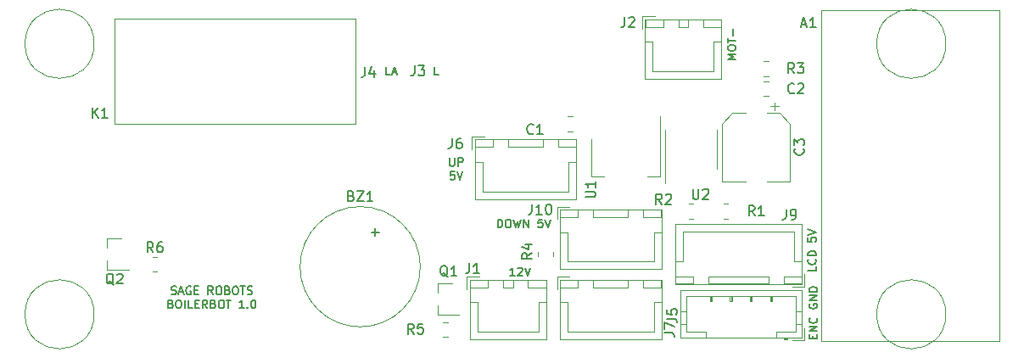
<source format=gto>
G04 #@! TF.GenerationSoftware,KiCad,Pcbnew,(5.1.9)-1*
G04 #@! TF.CreationDate,2021-06-06T22:42:38-05:00*
G04 #@! TF.ProjectId,BoilerBot,426f696c-6572-4426-9f74-2e6b69636164,rev?*
G04 #@! TF.SameCoordinates,Original*
G04 #@! TF.FileFunction,Legend,Top*
G04 #@! TF.FilePolarity,Positive*
%FSLAX46Y46*%
G04 Gerber Fmt 4.6, Leading zero omitted, Abs format (unit mm)*
G04 Created by KiCad (PCBNEW (5.1.9)-1) date 2021-06-06 22:42:38*
%MOMM*%
%LPD*%
G01*
G04 APERTURE LIST*
%ADD10C,0.152400*%
%ADD11C,0.120000*%
%ADD12C,0.150000*%
%ADD13O,1.700000X2.000000*%
%ADD14C,2.500000*%
%ADD15C,1.600000*%
%ADD16R,3.000000X2.290000*%
%ADD17R,1.500000X2.000000*%
%ADD18R,3.800000X2.000000*%
%ADD19R,0.900000X0.800000*%
%ADD20O,1.700000X1.950000*%
%ADD21O,1.200000X1.750000*%
%ADD22C,1.500000*%
%ADD23C,1.879600*%
G04 APERTURE END LIST*
D10*
X95161704Y-76478190D02*
X95277819Y-76516895D01*
X95471342Y-76516895D01*
X95548752Y-76478190D01*
X95587457Y-76439485D01*
X95626161Y-76362076D01*
X95626161Y-76284666D01*
X95587457Y-76207257D01*
X95548752Y-76168552D01*
X95471342Y-76129847D01*
X95316523Y-76091142D01*
X95239114Y-76052438D01*
X95200409Y-76013733D01*
X95161704Y-75936323D01*
X95161704Y-75858914D01*
X95200409Y-75781504D01*
X95239114Y-75742800D01*
X95316523Y-75704095D01*
X95510047Y-75704095D01*
X95626161Y-75742800D01*
X95935800Y-76284666D02*
X96322847Y-76284666D01*
X95858390Y-76516895D02*
X96129323Y-75704095D01*
X96400257Y-76516895D01*
X97096942Y-75742800D02*
X97019533Y-75704095D01*
X96903419Y-75704095D01*
X96787304Y-75742800D01*
X96709895Y-75820209D01*
X96671190Y-75897619D01*
X96632485Y-76052438D01*
X96632485Y-76168552D01*
X96671190Y-76323371D01*
X96709895Y-76400780D01*
X96787304Y-76478190D01*
X96903419Y-76516895D01*
X96980828Y-76516895D01*
X97096942Y-76478190D01*
X97135647Y-76439485D01*
X97135647Y-76168552D01*
X96980828Y-76168552D01*
X97483990Y-76091142D02*
X97754923Y-76091142D01*
X97871038Y-76516895D02*
X97483990Y-76516895D01*
X97483990Y-75704095D01*
X97871038Y-75704095D01*
X99303114Y-76516895D02*
X99032180Y-76129847D01*
X98838657Y-76516895D02*
X98838657Y-75704095D01*
X99148295Y-75704095D01*
X99225704Y-75742800D01*
X99264409Y-75781504D01*
X99303114Y-75858914D01*
X99303114Y-75975028D01*
X99264409Y-76052438D01*
X99225704Y-76091142D01*
X99148295Y-76129847D01*
X98838657Y-76129847D01*
X99806276Y-75704095D02*
X99961095Y-75704095D01*
X100038504Y-75742800D01*
X100115914Y-75820209D01*
X100154619Y-75975028D01*
X100154619Y-76245961D01*
X100115914Y-76400780D01*
X100038504Y-76478190D01*
X99961095Y-76516895D01*
X99806276Y-76516895D01*
X99728866Y-76478190D01*
X99651457Y-76400780D01*
X99612752Y-76245961D01*
X99612752Y-75975028D01*
X99651457Y-75820209D01*
X99728866Y-75742800D01*
X99806276Y-75704095D01*
X100773895Y-76091142D02*
X100890009Y-76129847D01*
X100928714Y-76168552D01*
X100967419Y-76245961D01*
X100967419Y-76362076D01*
X100928714Y-76439485D01*
X100890009Y-76478190D01*
X100812600Y-76516895D01*
X100502961Y-76516895D01*
X100502961Y-75704095D01*
X100773895Y-75704095D01*
X100851304Y-75742800D01*
X100890009Y-75781504D01*
X100928714Y-75858914D01*
X100928714Y-75936323D01*
X100890009Y-76013733D01*
X100851304Y-76052438D01*
X100773895Y-76091142D01*
X100502961Y-76091142D01*
X101470580Y-75704095D02*
X101625400Y-75704095D01*
X101702809Y-75742800D01*
X101780219Y-75820209D01*
X101818923Y-75975028D01*
X101818923Y-76245961D01*
X101780219Y-76400780D01*
X101702809Y-76478190D01*
X101625400Y-76516895D01*
X101470580Y-76516895D01*
X101393171Y-76478190D01*
X101315761Y-76400780D01*
X101277057Y-76245961D01*
X101277057Y-75975028D01*
X101315761Y-75820209D01*
X101393171Y-75742800D01*
X101470580Y-75704095D01*
X102051152Y-75704095D02*
X102515609Y-75704095D01*
X102283380Y-76516895D02*
X102283380Y-75704095D01*
X102747838Y-76478190D02*
X102863952Y-76516895D01*
X103057476Y-76516895D01*
X103134885Y-76478190D01*
X103173590Y-76439485D01*
X103212295Y-76362076D01*
X103212295Y-76284666D01*
X103173590Y-76207257D01*
X103134885Y-76168552D01*
X103057476Y-76129847D01*
X102902657Y-76091142D01*
X102825247Y-76052438D01*
X102786542Y-76013733D01*
X102747838Y-75936323D01*
X102747838Y-75858914D01*
X102786542Y-75781504D01*
X102825247Y-75742800D01*
X102902657Y-75704095D01*
X103096180Y-75704095D01*
X103212295Y-75742800D01*
X95103647Y-77462742D02*
X95219761Y-77501447D01*
X95258466Y-77540152D01*
X95297171Y-77617561D01*
X95297171Y-77733676D01*
X95258466Y-77811085D01*
X95219761Y-77849790D01*
X95142352Y-77888495D01*
X94832714Y-77888495D01*
X94832714Y-77075695D01*
X95103647Y-77075695D01*
X95181057Y-77114400D01*
X95219761Y-77153104D01*
X95258466Y-77230514D01*
X95258466Y-77307923D01*
X95219761Y-77385333D01*
X95181057Y-77424038D01*
X95103647Y-77462742D01*
X94832714Y-77462742D01*
X95800333Y-77075695D02*
X95955152Y-77075695D01*
X96032561Y-77114400D01*
X96109971Y-77191809D01*
X96148676Y-77346628D01*
X96148676Y-77617561D01*
X96109971Y-77772380D01*
X96032561Y-77849790D01*
X95955152Y-77888495D01*
X95800333Y-77888495D01*
X95722923Y-77849790D01*
X95645514Y-77772380D01*
X95606809Y-77617561D01*
X95606809Y-77346628D01*
X95645514Y-77191809D01*
X95722923Y-77114400D01*
X95800333Y-77075695D01*
X96497019Y-77888495D02*
X96497019Y-77075695D01*
X97271114Y-77888495D02*
X96884066Y-77888495D01*
X96884066Y-77075695D01*
X97542047Y-77462742D02*
X97812980Y-77462742D01*
X97929095Y-77888495D02*
X97542047Y-77888495D01*
X97542047Y-77075695D01*
X97929095Y-77075695D01*
X98741895Y-77888495D02*
X98470961Y-77501447D01*
X98277438Y-77888495D02*
X98277438Y-77075695D01*
X98587076Y-77075695D01*
X98664485Y-77114400D01*
X98703190Y-77153104D01*
X98741895Y-77230514D01*
X98741895Y-77346628D01*
X98703190Y-77424038D01*
X98664485Y-77462742D01*
X98587076Y-77501447D01*
X98277438Y-77501447D01*
X99361171Y-77462742D02*
X99477285Y-77501447D01*
X99515990Y-77540152D01*
X99554695Y-77617561D01*
X99554695Y-77733676D01*
X99515990Y-77811085D01*
X99477285Y-77849790D01*
X99399876Y-77888495D01*
X99090238Y-77888495D01*
X99090238Y-77075695D01*
X99361171Y-77075695D01*
X99438580Y-77114400D01*
X99477285Y-77153104D01*
X99515990Y-77230514D01*
X99515990Y-77307923D01*
X99477285Y-77385333D01*
X99438580Y-77424038D01*
X99361171Y-77462742D01*
X99090238Y-77462742D01*
X100057857Y-77075695D02*
X100212676Y-77075695D01*
X100290085Y-77114400D01*
X100367495Y-77191809D01*
X100406200Y-77346628D01*
X100406200Y-77617561D01*
X100367495Y-77772380D01*
X100290085Y-77849790D01*
X100212676Y-77888495D01*
X100057857Y-77888495D01*
X99980447Y-77849790D01*
X99903038Y-77772380D01*
X99864333Y-77617561D01*
X99864333Y-77346628D01*
X99903038Y-77191809D01*
X99980447Y-77114400D01*
X100057857Y-77075695D01*
X100638428Y-77075695D02*
X101102885Y-77075695D01*
X100870657Y-77888495D02*
X100870657Y-77075695D01*
X102418847Y-77888495D02*
X101954390Y-77888495D01*
X102186619Y-77888495D02*
X102186619Y-77075695D01*
X102109209Y-77191809D01*
X102031800Y-77269219D01*
X101954390Y-77307923D01*
X102767190Y-77811085D02*
X102805895Y-77849790D01*
X102767190Y-77888495D01*
X102728485Y-77849790D01*
X102767190Y-77811085D01*
X102767190Y-77888495D01*
X103309057Y-77075695D02*
X103386466Y-77075695D01*
X103463876Y-77114400D01*
X103502580Y-77153104D01*
X103541285Y-77230514D01*
X103579990Y-77385333D01*
X103579990Y-77578857D01*
X103541285Y-77733676D01*
X103502580Y-77811085D01*
X103463876Y-77849790D01*
X103386466Y-77888495D01*
X103309057Y-77888495D01*
X103231647Y-77849790D01*
X103192942Y-77811085D01*
X103154238Y-77733676D01*
X103115533Y-77578857D01*
X103115533Y-77385333D01*
X103154238Y-77230514D01*
X103192942Y-77153104D01*
X103231647Y-77114400D01*
X103309057Y-77075695D01*
X159199942Y-80913514D02*
X159199942Y-80642580D01*
X159625695Y-80526466D02*
X159625695Y-80913514D01*
X158812895Y-80913514D01*
X158812895Y-80526466D01*
X159625695Y-80178123D02*
X158812895Y-80178123D01*
X159625695Y-79713666D01*
X158812895Y-79713666D01*
X159548285Y-78862161D02*
X159586990Y-78900866D01*
X159625695Y-79016980D01*
X159625695Y-79094390D01*
X159586990Y-79210504D01*
X159509580Y-79287914D01*
X159432171Y-79326619D01*
X159277352Y-79365323D01*
X159161238Y-79365323D01*
X159006419Y-79326619D01*
X158929009Y-79287914D01*
X158851600Y-79210504D01*
X158812895Y-79094390D01*
X158812895Y-79016980D01*
X158851600Y-78900866D01*
X158890304Y-78862161D01*
X158851600Y-77468790D02*
X158812895Y-77546200D01*
X158812895Y-77662314D01*
X158851600Y-77778428D01*
X158929009Y-77855838D01*
X159006419Y-77894542D01*
X159161238Y-77933247D01*
X159277352Y-77933247D01*
X159432171Y-77894542D01*
X159509580Y-77855838D01*
X159586990Y-77778428D01*
X159625695Y-77662314D01*
X159625695Y-77584904D01*
X159586990Y-77468790D01*
X159548285Y-77430085D01*
X159277352Y-77430085D01*
X159277352Y-77584904D01*
X159625695Y-77081742D02*
X158812895Y-77081742D01*
X159625695Y-76617285D01*
X158812895Y-76617285D01*
X159625695Y-76230238D02*
X158812895Y-76230238D01*
X158812895Y-76036714D01*
X158851600Y-75920600D01*
X158929009Y-75843190D01*
X159006419Y-75804485D01*
X159161238Y-75765780D01*
X159277352Y-75765780D01*
X159432171Y-75804485D01*
X159509580Y-75843190D01*
X159586990Y-75920600D01*
X159625695Y-76036714D01*
X159625695Y-76230238D01*
X159498695Y-73742247D02*
X159498695Y-74129295D01*
X158685895Y-74129295D01*
X159421285Y-73006857D02*
X159459990Y-73045561D01*
X159498695Y-73161676D01*
X159498695Y-73239085D01*
X159459990Y-73355200D01*
X159382580Y-73432609D01*
X159305171Y-73471314D01*
X159150352Y-73510019D01*
X159034238Y-73510019D01*
X158879419Y-73471314D01*
X158802009Y-73432609D01*
X158724600Y-73355200D01*
X158685895Y-73239085D01*
X158685895Y-73161676D01*
X158724600Y-73045561D01*
X158763304Y-73006857D01*
X159498695Y-72658514D02*
X158685895Y-72658514D01*
X158685895Y-72464990D01*
X158724600Y-72348876D01*
X158802009Y-72271466D01*
X158879419Y-72232761D01*
X159034238Y-72194057D01*
X159150352Y-72194057D01*
X159305171Y-72232761D01*
X159382580Y-72271466D01*
X159459990Y-72348876D01*
X159498695Y-72464990D01*
X159498695Y-72658514D01*
X158685895Y-70839390D02*
X158685895Y-71226438D01*
X159072942Y-71265142D01*
X159034238Y-71226438D01*
X158995533Y-71149028D01*
X158995533Y-70955504D01*
X159034238Y-70878095D01*
X159072942Y-70839390D01*
X159150352Y-70800685D01*
X159343876Y-70800685D01*
X159421285Y-70839390D01*
X159459990Y-70878095D01*
X159498695Y-70955504D01*
X159498695Y-71149028D01*
X159459990Y-71226438D01*
X159421285Y-71265142D01*
X158685895Y-70568457D02*
X159498695Y-70297523D01*
X158685895Y-70026590D01*
X127728133Y-69836695D02*
X127728133Y-69023895D01*
X127921657Y-69023895D01*
X128037771Y-69062600D01*
X128115180Y-69140009D01*
X128153885Y-69217419D01*
X128192590Y-69372238D01*
X128192590Y-69488352D01*
X128153885Y-69643171D01*
X128115180Y-69720580D01*
X128037771Y-69797990D01*
X127921657Y-69836695D01*
X127728133Y-69836695D01*
X128695752Y-69023895D02*
X128850571Y-69023895D01*
X128927980Y-69062600D01*
X129005390Y-69140009D01*
X129044095Y-69294828D01*
X129044095Y-69565761D01*
X129005390Y-69720580D01*
X128927980Y-69797990D01*
X128850571Y-69836695D01*
X128695752Y-69836695D01*
X128618342Y-69797990D01*
X128540933Y-69720580D01*
X128502228Y-69565761D01*
X128502228Y-69294828D01*
X128540933Y-69140009D01*
X128618342Y-69062600D01*
X128695752Y-69023895D01*
X129315028Y-69023895D02*
X129508552Y-69836695D01*
X129663371Y-69256123D01*
X129818190Y-69836695D01*
X130011714Y-69023895D01*
X130321352Y-69836695D02*
X130321352Y-69023895D01*
X130785809Y-69836695D01*
X130785809Y-69023895D01*
X132179180Y-69023895D02*
X131792133Y-69023895D01*
X131753428Y-69410942D01*
X131792133Y-69372238D01*
X131869542Y-69333533D01*
X132063066Y-69333533D01*
X132140476Y-69372238D01*
X132179180Y-69410942D01*
X132217885Y-69488352D01*
X132217885Y-69681876D01*
X132179180Y-69759285D01*
X132140476Y-69797990D01*
X132063066Y-69836695D01*
X131869542Y-69836695D01*
X131792133Y-69797990D01*
X131753428Y-69759285D01*
X132450114Y-69023895D02*
X132721047Y-69836695D01*
X132991980Y-69023895D01*
X122932371Y-62877095D02*
X122932371Y-63535076D01*
X122971076Y-63612485D01*
X123009780Y-63651190D01*
X123087190Y-63689895D01*
X123242009Y-63689895D01*
X123319419Y-63651190D01*
X123358123Y-63612485D01*
X123396828Y-63535076D01*
X123396828Y-62877095D01*
X123783876Y-63689895D02*
X123783876Y-62877095D01*
X124093514Y-62877095D01*
X124170923Y-62915800D01*
X124209628Y-62954504D01*
X124248333Y-63031914D01*
X124248333Y-63148028D01*
X124209628Y-63225438D01*
X124170923Y-63264142D01*
X124093514Y-63302847D01*
X123783876Y-63302847D01*
X123416180Y-64248695D02*
X123029133Y-64248695D01*
X122990428Y-64635742D01*
X123029133Y-64597038D01*
X123106542Y-64558333D01*
X123300066Y-64558333D01*
X123377476Y-64597038D01*
X123416180Y-64635742D01*
X123454885Y-64713152D01*
X123454885Y-64906676D01*
X123416180Y-64984085D01*
X123377476Y-65022790D01*
X123300066Y-65061495D01*
X123106542Y-65061495D01*
X123029133Y-65022790D01*
X122990428Y-64984085D01*
X123687114Y-64248695D02*
X123958047Y-65061495D01*
X124228980Y-64248695D01*
X151497695Y-53071485D02*
X150684895Y-53071485D01*
X151265466Y-52800552D01*
X150684895Y-52529619D01*
X151497695Y-52529619D01*
X150684895Y-51987752D02*
X150684895Y-51832933D01*
X150723600Y-51755523D01*
X150801009Y-51678114D01*
X150955828Y-51639409D01*
X151226761Y-51639409D01*
X151381580Y-51678114D01*
X151458990Y-51755523D01*
X151497695Y-51832933D01*
X151497695Y-51987752D01*
X151458990Y-52065161D01*
X151381580Y-52142571D01*
X151226761Y-52181276D01*
X150955828Y-52181276D01*
X150801009Y-52142571D01*
X150723600Y-52065161D01*
X150684895Y-51987752D01*
X150684895Y-51407180D02*
X150684895Y-50942723D01*
X151497695Y-51174952D02*
X150684895Y-51174952D01*
X151188057Y-50671790D02*
X151188057Y-50052514D01*
X121790580Y-54596695D02*
X121403533Y-54596695D01*
X121403533Y-53783895D01*
X129417838Y-74662695D02*
X128953380Y-74662695D01*
X129185609Y-74662695D02*
X129185609Y-73849895D01*
X129108200Y-73966009D01*
X129030790Y-74043419D01*
X128953380Y-74082123D01*
X129727476Y-73927304D02*
X129766180Y-73888600D01*
X129843590Y-73849895D01*
X130037114Y-73849895D01*
X130114523Y-73888600D01*
X130153228Y-73927304D01*
X130191933Y-74004714D01*
X130191933Y-74082123D01*
X130153228Y-74198238D01*
X129688771Y-74662695D01*
X130191933Y-74662695D01*
X130424161Y-73849895D02*
X130695095Y-74662695D01*
X130966028Y-73849895D01*
X116997238Y-54596695D02*
X116610190Y-54596695D01*
X116610190Y-53783895D01*
X117229466Y-54364466D02*
X117616514Y-54364466D01*
X117152057Y-54596695D02*
X117422990Y-53783895D01*
X117693923Y-54596695D01*
D11*
X87450000Y-78500000D02*
G75*
G03*
X87450000Y-78500000I-3450000J0D01*
G01*
X172450000Y-78500000D02*
G75*
G03*
X172450000Y-78500000I-3450000J0D01*
G01*
X172450000Y-51500000D02*
G75*
G03*
X172450000Y-51500000I-3450000J0D01*
G01*
X87450000Y-51500000D02*
G75*
G03*
X87450000Y-51500000I-3450000J0D01*
G01*
X93272936Y-74235000D02*
X93727064Y-74235000D01*
X93272936Y-72765000D02*
X93727064Y-72765000D01*
X122272936Y-80735000D02*
X122727064Y-80735000D01*
X122272936Y-79265000D02*
X122727064Y-79265000D01*
X142150000Y-48750000D02*
X142150000Y-50000000D01*
X143400000Y-48750000D02*
X142150000Y-48750000D01*
X149300000Y-54250000D02*
X146250000Y-54250000D01*
X149300000Y-51300000D02*
X149300000Y-54250000D01*
X150050000Y-51300000D02*
X149300000Y-51300000D01*
X143200000Y-54250000D02*
X146250000Y-54250000D01*
X143200000Y-51300000D02*
X143200000Y-54250000D01*
X142450000Y-51300000D02*
X143200000Y-51300000D01*
X150050000Y-49050000D02*
X148250000Y-49050000D01*
X150050000Y-49800000D02*
X150050000Y-49050000D01*
X148250000Y-49800000D02*
X150050000Y-49800000D01*
X148250000Y-49050000D02*
X148250000Y-49800000D01*
X144250000Y-49050000D02*
X142450000Y-49050000D01*
X144250000Y-49800000D02*
X144250000Y-49050000D01*
X142450000Y-49800000D02*
X144250000Y-49800000D01*
X142450000Y-49050000D02*
X142450000Y-49800000D01*
X146750000Y-49050000D02*
X145750000Y-49050000D01*
X146750000Y-49800000D02*
X146750000Y-49050000D01*
X145750000Y-49800000D02*
X146750000Y-49800000D01*
X145750000Y-49050000D02*
X145750000Y-49800000D01*
X150060000Y-49040000D02*
X142440000Y-49040000D01*
X150060000Y-55010000D02*
X150060000Y-49040000D01*
X142440000Y-55010000D02*
X150060000Y-55010000D01*
X142440000Y-49040000D02*
X142440000Y-55010000D01*
X124650000Y-74750000D02*
X124650000Y-76000000D01*
X125900000Y-74750000D02*
X124650000Y-74750000D01*
X131800000Y-80250000D02*
X128750000Y-80250000D01*
X131800000Y-77300000D02*
X131800000Y-80250000D01*
X132550000Y-77300000D02*
X131800000Y-77300000D01*
X125700000Y-80250000D02*
X128750000Y-80250000D01*
X125700000Y-77300000D02*
X125700000Y-80250000D01*
X124950000Y-77300000D02*
X125700000Y-77300000D01*
X132550000Y-75050000D02*
X130750000Y-75050000D01*
X132550000Y-75800000D02*
X132550000Y-75050000D01*
X130750000Y-75800000D02*
X132550000Y-75800000D01*
X130750000Y-75050000D02*
X130750000Y-75800000D01*
X126750000Y-75050000D02*
X124950000Y-75050000D01*
X126750000Y-75800000D02*
X126750000Y-75050000D01*
X124950000Y-75800000D02*
X126750000Y-75800000D01*
X124950000Y-75050000D02*
X124950000Y-75800000D01*
X129250000Y-75050000D02*
X128250000Y-75050000D01*
X129250000Y-75800000D02*
X129250000Y-75050000D01*
X128250000Y-75800000D02*
X129250000Y-75800000D01*
X128250000Y-75050000D02*
X128250000Y-75800000D01*
X132560000Y-75040000D02*
X124940000Y-75040000D01*
X132560000Y-81010000D02*
X132560000Y-75040000D01*
X124940000Y-81010000D02*
X132560000Y-81010000D01*
X124940000Y-75040000D02*
X124940000Y-81010000D01*
X113500000Y-59500000D02*
X89500000Y-59500000D01*
X113500000Y-49000000D02*
X113500000Y-59500000D01*
X89500000Y-59500000D02*
X89500000Y-49000000D01*
X89500000Y-49000000D02*
X113500000Y-49000000D01*
X155741250Y-57756250D02*
X154953750Y-57756250D01*
X155347500Y-57362500D02*
X155347500Y-58150000D01*
X151154437Y-58390000D02*
X150090000Y-59454437D01*
X155845563Y-58390000D02*
X156910000Y-59454437D01*
X155845563Y-58390000D02*
X154560000Y-58390000D01*
X151154437Y-58390000D02*
X152440000Y-58390000D01*
X150090000Y-59454437D02*
X150090000Y-65210000D01*
X156910000Y-59454437D02*
X156910000Y-65210000D01*
X156910000Y-65210000D02*
X154560000Y-65210000D01*
X150090000Y-65210000D02*
X152440000Y-65210000D01*
X149560000Y-62000000D02*
X149560000Y-60050000D01*
X149560000Y-62000000D02*
X149560000Y-63950000D01*
X144440000Y-62000000D02*
X144440000Y-60050000D01*
X144440000Y-62000000D02*
X144440000Y-65450000D01*
X137090000Y-64760000D02*
X138350000Y-64760000D01*
X143910000Y-64760000D02*
X142650000Y-64760000D01*
X137090000Y-61000000D02*
X137090000Y-64760000D01*
X143910000Y-58750000D02*
X143910000Y-64760000D01*
X133235000Y-72272936D02*
X133235000Y-72727064D01*
X131765000Y-72272936D02*
X131765000Y-72727064D01*
X154272936Y-53265000D02*
X154727064Y-53265000D01*
X154272936Y-54735000D02*
X154727064Y-54735000D01*
X147227064Y-68934000D02*
X146772936Y-68934000D01*
X147227064Y-67464000D02*
X146772936Y-67464000D01*
X150727064Y-68934000D02*
X150272936Y-68934000D01*
X150727064Y-67464000D02*
X150272936Y-67464000D01*
X88740000Y-70920000D02*
X88740000Y-71850000D01*
X88740000Y-74080000D02*
X88740000Y-73150000D01*
X88740000Y-74080000D02*
X90900000Y-74080000D01*
X88740000Y-70920000D02*
X90200000Y-70920000D01*
X121740000Y-75420000D02*
X121740000Y-76350000D01*
X121740000Y-78580000D02*
X121740000Y-77650000D01*
X121740000Y-78580000D02*
X123900000Y-78580000D01*
X121740000Y-75420000D02*
X123200000Y-75420000D01*
X133940000Y-68040000D02*
X133940000Y-74010000D01*
X133940000Y-74010000D02*
X144060000Y-74010000D01*
X144060000Y-74010000D02*
X144060000Y-68040000D01*
X144060000Y-68040000D02*
X133940000Y-68040000D01*
X137250000Y-68050000D02*
X137250000Y-68800000D01*
X137250000Y-68800000D02*
X140750000Y-68800000D01*
X140750000Y-68800000D02*
X140750000Y-68050000D01*
X140750000Y-68050000D02*
X137250000Y-68050000D01*
X133950000Y-68050000D02*
X133950000Y-68800000D01*
X133950000Y-68800000D02*
X135750000Y-68800000D01*
X135750000Y-68800000D02*
X135750000Y-68050000D01*
X135750000Y-68050000D02*
X133950000Y-68050000D01*
X142250000Y-68050000D02*
X142250000Y-68800000D01*
X142250000Y-68800000D02*
X144050000Y-68800000D01*
X144050000Y-68800000D02*
X144050000Y-68050000D01*
X144050000Y-68050000D02*
X142250000Y-68050000D01*
X133950000Y-70300000D02*
X134700000Y-70300000D01*
X134700000Y-70300000D02*
X134700000Y-73250000D01*
X134700000Y-73250000D02*
X139000000Y-73250000D01*
X144050000Y-70300000D02*
X143300000Y-70300000D01*
X143300000Y-70300000D02*
X143300000Y-73250000D01*
X143300000Y-73250000D02*
X139000000Y-73250000D01*
X134900000Y-67750000D02*
X133650000Y-67750000D01*
X133650000Y-67750000D02*
X133650000Y-69000000D01*
X158060000Y-75460000D02*
X158060000Y-69490000D01*
X158060000Y-69490000D02*
X145440000Y-69490000D01*
X145440000Y-69490000D02*
X145440000Y-75460000D01*
X145440000Y-75460000D02*
X158060000Y-75460000D01*
X154750000Y-75450000D02*
X154750000Y-74700000D01*
X154750000Y-74700000D02*
X148750000Y-74700000D01*
X148750000Y-74700000D02*
X148750000Y-75450000D01*
X148750000Y-75450000D02*
X154750000Y-75450000D01*
X158050000Y-75450000D02*
X158050000Y-74700000D01*
X158050000Y-74700000D02*
X156250000Y-74700000D01*
X156250000Y-74700000D02*
X156250000Y-75450000D01*
X156250000Y-75450000D02*
X158050000Y-75450000D01*
X147250000Y-75450000D02*
X147250000Y-74700000D01*
X147250000Y-74700000D02*
X145450000Y-74700000D01*
X145450000Y-74700000D02*
X145450000Y-75450000D01*
X145450000Y-75450000D02*
X147250000Y-75450000D01*
X158050000Y-73200000D02*
X157300000Y-73200000D01*
X157300000Y-73200000D02*
X157300000Y-70250000D01*
X157300000Y-70250000D02*
X151750000Y-70250000D01*
X145450000Y-73200000D02*
X146200000Y-73200000D01*
X146200000Y-73200000D02*
X146200000Y-70250000D01*
X146200000Y-70250000D02*
X151750000Y-70250000D01*
X157100000Y-75750000D02*
X158350000Y-75750000D01*
X158350000Y-75750000D02*
X158350000Y-74500000D01*
X133940000Y-75040000D02*
X133940000Y-81010000D01*
X133940000Y-81010000D02*
X144060000Y-81010000D01*
X144060000Y-81010000D02*
X144060000Y-75040000D01*
X144060000Y-75040000D02*
X133940000Y-75040000D01*
X137250000Y-75050000D02*
X137250000Y-75800000D01*
X137250000Y-75800000D02*
X140750000Y-75800000D01*
X140750000Y-75800000D02*
X140750000Y-75050000D01*
X140750000Y-75050000D02*
X137250000Y-75050000D01*
X133950000Y-75050000D02*
X133950000Y-75800000D01*
X133950000Y-75800000D02*
X135750000Y-75800000D01*
X135750000Y-75800000D02*
X135750000Y-75050000D01*
X135750000Y-75050000D02*
X133950000Y-75050000D01*
X142250000Y-75050000D02*
X142250000Y-75800000D01*
X142250000Y-75800000D02*
X144050000Y-75800000D01*
X144050000Y-75800000D02*
X144050000Y-75050000D01*
X144050000Y-75050000D02*
X142250000Y-75050000D01*
X133950000Y-77300000D02*
X134700000Y-77300000D01*
X134700000Y-77300000D02*
X134700000Y-80250000D01*
X134700000Y-80250000D02*
X139000000Y-80250000D01*
X144050000Y-77300000D02*
X143300000Y-77300000D01*
X143300000Y-77300000D02*
X143300000Y-80250000D01*
X143300000Y-80250000D02*
X139000000Y-80250000D01*
X134900000Y-74750000D02*
X133650000Y-74750000D01*
X133650000Y-74750000D02*
X133650000Y-76000000D01*
X125440000Y-61040000D02*
X125440000Y-67010000D01*
X125440000Y-67010000D02*
X135560000Y-67010000D01*
X135560000Y-67010000D02*
X135560000Y-61040000D01*
X135560000Y-61040000D02*
X125440000Y-61040000D01*
X128750000Y-61050000D02*
X128750000Y-61800000D01*
X128750000Y-61800000D02*
X132250000Y-61800000D01*
X132250000Y-61800000D02*
X132250000Y-61050000D01*
X132250000Y-61050000D02*
X128750000Y-61050000D01*
X125450000Y-61050000D02*
X125450000Y-61800000D01*
X125450000Y-61800000D02*
X127250000Y-61800000D01*
X127250000Y-61800000D02*
X127250000Y-61050000D01*
X127250000Y-61050000D02*
X125450000Y-61050000D01*
X133750000Y-61050000D02*
X133750000Y-61800000D01*
X133750000Y-61800000D02*
X135550000Y-61800000D01*
X135550000Y-61800000D02*
X135550000Y-61050000D01*
X135550000Y-61050000D02*
X133750000Y-61050000D01*
X125450000Y-63300000D02*
X126200000Y-63300000D01*
X126200000Y-63300000D02*
X126200000Y-66250000D01*
X126200000Y-66250000D02*
X130500000Y-66250000D01*
X135550000Y-63300000D02*
X134800000Y-63300000D01*
X134800000Y-63300000D02*
X134800000Y-66250000D01*
X134800000Y-66250000D02*
X130500000Y-66250000D01*
X126400000Y-60750000D02*
X125150000Y-60750000D01*
X125150000Y-60750000D02*
X125150000Y-62000000D01*
X158060000Y-80810000D02*
X158060000Y-76090000D01*
X158060000Y-76090000D02*
X145940000Y-76090000D01*
X145940000Y-76090000D02*
X145940000Y-80810000D01*
X145940000Y-80810000D02*
X158060000Y-80810000D01*
X156300000Y-80810000D02*
X156300000Y-81010000D01*
X156300000Y-81010000D02*
X156600000Y-81010000D01*
X156600000Y-81010000D02*
X156600000Y-80810000D01*
X156300000Y-80910000D02*
X156600000Y-80910000D01*
X155500000Y-80810000D02*
X155500000Y-80200000D01*
X155500000Y-80200000D02*
X157450000Y-80200000D01*
X157450000Y-80200000D02*
X157450000Y-76700000D01*
X157450000Y-76700000D02*
X146550000Y-76700000D01*
X146550000Y-76700000D02*
X146550000Y-80200000D01*
X146550000Y-80200000D02*
X148500000Y-80200000D01*
X148500000Y-80200000D02*
X148500000Y-80810000D01*
X158060000Y-79500000D02*
X157450000Y-79500000D01*
X158060000Y-78200000D02*
X157450000Y-78200000D01*
X145940000Y-79500000D02*
X146550000Y-79500000D01*
X145940000Y-78200000D02*
X146550000Y-78200000D01*
X155100000Y-76700000D02*
X155100000Y-77200000D01*
X155100000Y-77200000D02*
X154900000Y-77200000D01*
X154900000Y-77200000D02*
X154900000Y-76700000D01*
X155000000Y-76700000D02*
X155000000Y-77200000D01*
X153100000Y-76700000D02*
X153100000Y-77200000D01*
X153100000Y-77200000D02*
X152900000Y-77200000D01*
X152900000Y-77200000D02*
X152900000Y-76700000D01*
X153000000Y-76700000D02*
X153000000Y-77200000D01*
X151100000Y-76700000D02*
X151100000Y-77200000D01*
X151100000Y-77200000D02*
X150900000Y-77200000D01*
X150900000Y-77200000D02*
X150900000Y-76700000D01*
X151000000Y-76700000D02*
X151000000Y-77200000D01*
X149100000Y-76700000D02*
X149100000Y-77200000D01*
X149100000Y-77200000D02*
X148900000Y-77200000D01*
X148900000Y-77200000D02*
X148900000Y-76700000D01*
X149000000Y-76700000D02*
X149000000Y-77200000D01*
X157110000Y-81110000D02*
X158360000Y-81110000D01*
X158360000Y-81110000D02*
X158360000Y-79860000D01*
X154276248Y-55265000D02*
X154798752Y-55265000D01*
X154276248Y-56735000D02*
X154798752Y-56735000D01*
X135223752Y-60235000D02*
X134701248Y-60235000D01*
X135223752Y-58765000D02*
X134701248Y-58765000D01*
X120000000Y-73750000D02*
G75*
G03*
X120000000Y-73750000I-6000000J0D01*
G01*
X159990000Y-48190000D02*
X159990000Y-81210000D01*
X159990000Y-81210000D02*
X177770000Y-81210000D01*
X177770000Y-81210000D02*
X177770000Y-48190000D01*
X177770000Y-48190000D02*
X159990000Y-48190000D01*
D12*
X114474666Y-53808380D02*
X114474666Y-54522666D01*
X114427047Y-54665523D01*
X114331809Y-54760761D01*
X114188952Y-54808380D01*
X114093714Y-54808380D01*
X115379428Y-54141714D02*
X115379428Y-54808380D01*
X115141333Y-53760761D02*
X114903238Y-54475047D01*
X115522285Y-54475047D01*
X119427666Y-53681380D02*
X119427666Y-54395666D01*
X119380047Y-54538523D01*
X119284809Y-54633761D01*
X119141952Y-54681380D01*
X119046714Y-54681380D01*
X119808619Y-53681380D02*
X120427666Y-53681380D01*
X120094333Y-54062333D01*
X120237190Y-54062333D01*
X120332428Y-54109952D01*
X120380047Y-54157571D01*
X120427666Y-54252809D01*
X120427666Y-54490904D01*
X120380047Y-54586142D01*
X120332428Y-54633761D01*
X120237190Y-54681380D01*
X119951476Y-54681380D01*
X119856238Y-54633761D01*
X119808619Y-54586142D01*
X93333333Y-72302380D02*
X93000000Y-71826190D01*
X92761904Y-72302380D02*
X92761904Y-71302380D01*
X93142857Y-71302380D01*
X93238095Y-71350000D01*
X93285714Y-71397619D01*
X93333333Y-71492857D01*
X93333333Y-71635714D01*
X93285714Y-71730952D01*
X93238095Y-71778571D01*
X93142857Y-71826190D01*
X92761904Y-71826190D01*
X94190476Y-71302380D02*
X94000000Y-71302380D01*
X93904761Y-71350000D01*
X93857142Y-71397619D01*
X93761904Y-71540476D01*
X93714285Y-71730952D01*
X93714285Y-72111904D01*
X93761904Y-72207142D01*
X93809523Y-72254761D01*
X93904761Y-72302380D01*
X94095238Y-72302380D01*
X94190476Y-72254761D01*
X94238095Y-72207142D01*
X94285714Y-72111904D01*
X94285714Y-71873809D01*
X94238095Y-71778571D01*
X94190476Y-71730952D01*
X94095238Y-71683333D01*
X93904761Y-71683333D01*
X93809523Y-71730952D01*
X93761904Y-71778571D01*
X93714285Y-71873809D01*
X119333333Y-80452380D02*
X119000000Y-79976190D01*
X118761904Y-80452380D02*
X118761904Y-79452380D01*
X119142857Y-79452380D01*
X119238095Y-79500000D01*
X119285714Y-79547619D01*
X119333333Y-79642857D01*
X119333333Y-79785714D01*
X119285714Y-79880952D01*
X119238095Y-79928571D01*
X119142857Y-79976190D01*
X118761904Y-79976190D01*
X120238095Y-79452380D02*
X119761904Y-79452380D01*
X119714285Y-79928571D01*
X119761904Y-79880952D01*
X119857142Y-79833333D01*
X120095238Y-79833333D01*
X120190476Y-79880952D01*
X120238095Y-79928571D01*
X120285714Y-80023809D01*
X120285714Y-80261904D01*
X120238095Y-80357142D01*
X120190476Y-80404761D01*
X120095238Y-80452380D01*
X119857142Y-80452380D01*
X119761904Y-80404761D01*
X119714285Y-80357142D01*
X140382666Y-48855380D02*
X140382666Y-49569666D01*
X140335047Y-49712523D01*
X140239809Y-49807761D01*
X140096952Y-49855380D01*
X140001714Y-49855380D01*
X140811238Y-48950619D02*
X140858857Y-48903000D01*
X140954095Y-48855380D01*
X141192190Y-48855380D01*
X141287428Y-48903000D01*
X141335047Y-48950619D01*
X141382666Y-49045857D01*
X141382666Y-49141095D01*
X141335047Y-49283952D01*
X140763619Y-49855380D01*
X141382666Y-49855380D01*
X124888666Y-73402380D02*
X124888666Y-74116666D01*
X124841047Y-74259523D01*
X124745809Y-74354761D01*
X124602952Y-74402380D01*
X124507714Y-74402380D01*
X125888666Y-74402380D02*
X125317238Y-74402380D01*
X125602952Y-74402380D02*
X125602952Y-73402380D01*
X125507714Y-73545238D01*
X125412476Y-73640476D01*
X125317238Y-73688095D01*
X87272904Y-58872380D02*
X87272904Y-57872380D01*
X87844333Y-58872380D02*
X87415761Y-58300952D01*
X87844333Y-57872380D02*
X87272904Y-58443809D01*
X88796714Y-58872380D02*
X88225285Y-58872380D01*
X88511000Y-58872380D02*
X88511000Y-57872380D01*
X88415761Y-58015238D01*
X88320523Y-58110476D01*
X88225285Y-58158095D01*
X158207142Y-61966666D02*
X158254761Y-62014285D01*
X158302380Y-62157142D01*
X158302380Y-62252380D01*
X158254761Y-62395238D01*
X158159523Y-62490476D01*
X158064285Y-62538095D01*
X157873809Y-62585714D01*
X157730952Y-62585714D01*
X157540476Y-62538095D01*
X157445238Y-62490476D01*
X157350000Y-62395238D01*
X157302380Y-62252380D01*
X157302380Y-62157142D01*
X157350000Y-62014285D01*
X157397619Y-61966666D01*
X157302380Y-61633333D02*
X157302380Y-61014285D01*
X157683333Y-61347619D01*
X157683333Y-61204761D01*
X157730952Y-61109523D01*
X157778571Y-61061904D01*
X157873809Y-61014285D01*
X158111904Y-61014285D01*
X158207142Y-61061904D01*
X158254761Y-61109523D01*
X158302380Y-61204761D01*
X158302380Y-61490476D01*
X158254761Y-61585714D01*
X158207142Y-61633333D01*
X147193095Y-66000380D02*
X147193095Y-66809904D01*
X147240714Y-66905142D01*
X147288333Y-66952761D01*
X147383571Y-67000380D01*
X147574047Y-67000380D01*
X147669285Y-66952761D01*
X147716904Y-66905142D01*
X147764523Y-66809904D01*
X147764523Y-66000380D01*
X148193095Y-66095619D02*
X148240714Y-66048000D01*
X148335952Y-66000380D01*
X148574047Y-66000380D01*
X148669285Y-66048000D01*
X148716904Y-66095619D01*
X148764523Y-66190857D01*
X148764523Y-66286095D01*
X148716904Y-66428952D01*
X148145476Y-67000380D01*
X148764523Y-67000380D01*
X136485380Y-66801904D02*
X137294904Y-66801904D01*
X137390142Y-66754285D01*
X137437761Y-66706666D01*
X137485380Y-66611428D01*
X137485380Y-66420952D01*
X137437761Y-66325714D01*
X137390142Y-66278095D01*
X137294904Y-66230476D01*
X136485380Y-66230476D01*
X137485380Y-65230476D02*
X137485380Y-65801904D01*
X137485380Y-65516190D02*
X136485380Y-65516190D01*
X136628238Y-65611428D01*
X136723476Y-65706666D01*
X136771095Y-65801904D01*
X131135380Y-72398666D02*
X130659190Y-72732000D01*
X131135380Y-72970095D02*
X130135380Y-72970095D01*
X130135380Y-72589142D01*
X130183000Y-72493904D01*
X130230619Y-72446285D01*
X130325857Y-72398666D01*
X130468714Y-72398666D01*
X130563952Y-72446285D01*
X130611571Y-72493904D01*
X130659190Y-72589142D01*
X130659190Y-72970095D01*
X130468714Y-71541523D02*
X131135380Y-71541523D01*
X130087761Y-71779619D02*
X130802047Y-72017714D01*
X130802047Y-71398666D01*
X157313333Y-54427380D02*
X156980000Y-53951190D01*
X156741904Y-54427380D02*
X156741904Y-53427380D01*
X157122857Y-53427380D01*
X157218095Y-53475000D01*
X157265714Y-53522619D01*
X157313333Y-53617857D01*
X157313333Y-53760714D01*
X157265714Y-53855952D01*
X157218095Y-53903571D01*
X157122857Y-53951190D01*
X156741904Y-53951190D01*
X157646666Y-53427380D02*
X158265714Y-53427380D01*
X157932380Y-53808333D01*
X158075238Y-53808333D01*
X158170476Y-53855952D01*
X158218095Y-53903571D01*
X158265714Y-53998809D01*
X158265714Y-54236904D01*
X158218095Y-54332142D01*
X158170476Y-54379761D01*
X158075238Y-54427380D01*
X157789523Y-54427380D01*
X157694285Y-54379761D01*
X157646666Y-54332142D01*
X144105333Y-67508380D02*
X143772000Y-67032190D01*
X143533904Y-67508380D02*
X143533904Y-66508380D01*
X143914857Y-66508380D01*
X144010095Y-66556000D01*
X144057714Y-66603619D01*
X144105333Y-66698857D01*
X144105333Y-66841714D01*
X144057714Y-66936952D01*
X144010095Y-66984571D01*
X143914857Y-67032190D01*
X143533904Y-67032190D01*
X144486285Y-66603619D02*
X144533904Y-66556000D01*
X144629142Y-66508380D01*
X144867238Y-66508380D01*
X144962476Y-66556000D01*
X145010095Y-66603619D01*
X145057714Y-66698857D01*
X145057714Y-66794095D01*
X145010095Y-66936952D01*
X144438666Y-67508380D01*
X145057714Y-67508380D01*
X153376333Y-68651380D02*
X153043000Y-68175190D01*
X152804904Y-68651380D02*
X152804904Y-67651380D01*
X153185857Y-67651380D01*
X153281095Y-67699000D01*
X153328714Y-67746619D01*
X153376333Y-67841857D01*
X153376333Y-67984714D01*
X153328714Y-68079952D01*
X153281095Y-68127571D01*
X153185857Y-68175190D01*
X152804904Y-68175190D01*
X154328714Y-68651380D02*
X153757285Y-68651380D01*
X154043000Y-68651380D02*
X154043000Y-67651380D01*
X153947761Y-67794238D01*
X153852523Y-67889476D01*
X153757285Y-67937095D01*
X89404761Y-75547619D02*
X89309523Y-75500000D01*
X89214285Y-75404761D01*
X89071428Y-75261904D01*
X88976190Y-75214285D01*
X88880952Y-75214285D01*
X88928571Y-75452380D02*
X88833333Y-75404761D01*
X88738095Y-75309523D01*
X88690476Y-75119047D01*
X88690476Y-74785714D01*
X88738095Y-74595238D01*
X88833333Y-74500000D01*
X88928571Y-74452380D01*
X89119047Y-74452380D01*
X89214285Y-74500000D01*
X89309523Y-74595238D01*
X89357142Y-74785714D01*
X89357142Y-75119047D01*
X89309523Y-75309523D01*
X89214285Y-75404761D01*
X89119047Y-75452380D01*
X88928571Y-75452380D01*
X89738095Y-74547619D02*
X89785714Y-74500000D01*
X89880952Y-74452380D01*
X90119047Y-74452380D01*
X90214285Y-74500000D01*
X90261904Y-74547619D01*
X90309523Y-74642857D01*
X90309523Y-74738095D01*
X90261904Y-74880952D01*
X89690476Y-75452380D01*
X90309523Y-75452380D01*
X122737761Y-74739619D02*
X122642523Y-74692000D01*
X122547285Y-74596761D01*
X122404428Y-74453904D01*
X122309190Y-74406285D01*
X122213952Y-74406285D01*
X122261571Y-74644380D02*
X122166333Y-74596761D01*
X122071095Y-74501523D01*
X122023476Y-74311047D01*
X122023476Y-73977714D01*
X122071095Y-73787238D01*
X122166333Y-73692000D01*
X122261571Y-73644380D01*
X122452047Y-73644380D01*
X122547285Y-73692000D01*
X122642523Y-73787238D01*
X122690142Y-73977714D01*
X122690142Y-74311047D01*
X122642523Y-74501523D01*
X122547285Y-74596761D01*
X122452047Y-74644380D01*
X122261571Y-74644380D01*
X123642523Y-74644380D02*
X123071095Y-74644380D01*
X123356809Y-74644380D02*
X123356809Y-73644380D01*
X123261571Y-73787238D01*
X123166333Y-73882476D01*
X123071095Y-73930095D01*
X131143476Y-67524380D02*
X131143476Y-68238666D01*
X131095857Y-68381523D01*
X131000619Y-68476761D01*
X130857761Y-68524380D01*
X130762523Y-68524380D01*
X132143476Y-68524380D02*
X131572047Y-68524380D01*
X131857761Y-68524380D02*
X131857761Y-67524380D01*
X131762523Y-67667238D01*
X131667285Y-67762476D01*
X131572047Y-67810095D01*
X132762523Y-67524380D02*
X132857761Y-67524380D01*
X132953000Y-67572000D01*
X133000619Y-67619619D01*
X133048238Y-67714857D01*
X133095857Y-67905333D01*
X133095857Y-68143428D01*
X133048238Y-68333904D01*
X133000619Y-68429142D01*
X132953000Y-68476761D01*
X132857761Y-68524380D01*
X132762523Y-68524380D01*
X132667285Y-68476761D01*
X132619666Y-68429142D01*
X132572047Y-68333904D01*
X132524428Y-68143428D01*
X132524428Y-67905333D01*
X132572047Y-67714857D01*
X132619666Y-67619619D01*
X132667285Y-67572000D01*
X132762523Y-67524380D01*
X156511666Y-68032380D02*
X156511666Y-68746666D01*
X156464047Y-68889523D01*
X156368809Y-68984761D01*
X156225952Y-69032380D01*
X156130714Y-69032380D01*
X157035476Y-69032380D02*
X157225952Y-69032380D01*
X157321190Y-68984761D01*
X157368809Y-68937142D01*
X157464047Y-68794285D01*
X157511666Y-68603809D01*
X157511666Y-68222857D01*
X157464047Y-68127619D01*
X157416428Y-68080000D01*
X157321190Y-68032380D01*
X157130714Y-68032380D01*
X157035476Y-68080000D01*
X156987857Y-68127619D01*
X156940238Y-68222857D01*
X156940238Y-68460952D01*
X156987857Y-68556190D01*
X157035476Y-68603809D01*
X157130714Y-68651428D01*
X157321190Y-68651428D01*
X157416428Y-68603809D01*
X157464047Y-68556190D01*
X157511666Y-68460952D01*
X144359380Y-80343333D02*
X145073666Y-80343333D01*
X145216523Y-80390952D01*
X145311761Y-80486190D01*
X145359380Y-80629047D01*
X145359380Y-80724285D01*
X144359380Y-79962380D02*
X144359380Y-79295714D01*
X145359380Y-79724285D01*
X123166666Y-60952380D02*
X123166666Y-61666666D01*
X123119047Y-61809523D01*
X123023809Y-61904761D01*
X122880952Y-61952380D01*
X122785714Y-61952380D01*
X124071428Y-60952380D02*
X123880952Y-60952380D01*
X123785714Y-61000000D01*
X123738095Y-61047619D01*
X123642857Y-61190476D01*
X123595238Y-61380952D01*
X123595238Y-61761904D01*
X123642857Y-61857142D01*
X123690476Y-61904761D01*
X123785714Y-61952380D01*
X123976190Y-61952380D01*
X124071428Y-61904761D01*
X124119047Y-61857142D01*
X124166666Y-61761904D01*
X124166666Y-61523809D01*
X124119047Y-61428571D01*
X124071428Y-61380952D01*
X123976190Y-61333333D01*
X123785714Y-61333333D01*
X123690476Y-61380952D01*
X123642857Y-61428571D01*
X123595238Y-61523809D01*
X144613380Y-78946333D02*
X145327666Y-78946333D01*
X145470523Y-78993952D01*
X145565761Y-79089190D01*
X145613380Y-79232047D01*
X145613380Y-79327285D01*
X144613380Y-77993952D02*
X144613380Y-78470142D01*
X145089571Y-78517761D01*
X145041952Y-78470142D01*
X144994333Y-78374904D01*
X144994333Y-78136809D01*
X145041952Y-78041571D01*
X145089571Y-77993952D01*
X145184809Y-77946333D01*
X145422904Y-77946333D01*
X145518142Y-77993952D01*
X145565761Y-78041571D01*
X145613380Y-78136809D01*
X145613380Y-78374904D01*
X145565761Y-78470142D01*
X145518142Y-78517761D01*
X157313333Y-56364142D02*
X157265714Y-56411761D01*
X157122857Y-56459380D01*
X157027619Y-56459380D01*
X156884761Y-56411761D01*
X156789523Y-56316523D01*
X156741904Y-56221285D01*
X156694285Y-56030809D01*
X156694285Y-55887952D01*
X156741904Y-55697476D01*
X156789523Y-55602238D01*
X156884761Y-55507000D01*
X157027619Y-55459380D01*
X157122857Y-55459380D01*
X157265714Y-55507000D01*
X157313333Y-55554619D01*
X157694285Y-55554619D02*
X157741904Y-55507000D01*
X157837142Y-55459380D01*
X158075238Y-55459380D01*
X158170476Y-55507000D01*
X158218095Y-55554619D01*
X158265714Y-55649857D01*
X158265714Y-55745095D01*
X158218095Y-55887952D01*
X157646666Y-56459380D01*
X158265714Y-56459380D01*
X131278333Y-60428142D02*
X131230714Y-60475761D01*
X131087857Y-60523380D01*
X130992619Y-60523380D01*
X130849761Y-60475761D01*
X130754523Y-60380523D01*
X130706904Y-60285285D01*
X130659285Y-60094809D01*
X130659285Y-59951952D01*
X130706904Y-59761476D01*
X130754523Y-59666238D01*
X130849761Y-59571000D01*
X130992619Y-59523380D01*
X131087857Y-59523380D01*
X131230714Y-59571000D01*
X131278333Y-59618619D01*
X132230714Y-60523380D02*
X131659285Y-60523380D01*
X131945000Y-60523380D02*
X131945000Y-59523380D01*
X131849761Y-59666238D01*
X131754523Y-59761476D01*
X131659285Y-59809095D01*
X113119047Y-66678571D02*
X113261904Y-66726190D01*
X113309523Y-66773809D01*
X113357142Y-66869047D01*
X113357142Y-67011904D01*
X113309523Y-67107142D01*
X113261904Y-67154761D01*
X113166666Y-67202380D01*
X112785714Y-67202380D01*
X112785714Y-66202380D01*
X113119047Y-66202380D01*
X113214285Y-66250000D01*
X113261904Y-66297619D01*
X113309523Y-66392857D01*
X113309523Y-66488095D01*
X113261904Y-66583333D01*
X113214285Y-66630952D01*
X113119047Y-66678571D01*
X112785714Y-66678571D01*
X113690476Y-66202380D02*
X114357142Y-66202380D01*
X113690476Y-67202380D01*
X114357142Y-67202380D01*
X115261904Y-67202380D02*
X114690476Y-67202380D01*
X114976190Y-67202380D02*
X114976190Y-66202380D01*
X114880952Y-66345238D01*
X114785714Y-66440476D01*
X114690476Y-66488095D01*
X115119047Y-70321428D02*
X115880952Y-70321428D01*
X115500000Y-70702380D02*
X115500000Y-69940476D01*
X158035714Y-49569666D02*
X158511904Y-49569666D01*
X157940476Y-49855380D02*
X158273809Y-48855380D01*
X158607142Y-49855380D01*
X159464285Y-49855380D02*
X158892857Y-49855380D01*
X159178571Y-49855380D02*
X159178571Y-48855380D01*
X159083333Y-48998238D01*
X158988095Y-49093476D01*
X158892857Y-49141095D01*
%LPC*%
G36*
G01*
X114550000Y-52699999D02*
X114550000Y-49300001D01*
G75*
G02*
X114800001Y-49050000I250001J0D01*
G01*
X118199999Y-49050000D01*
G75*
G02*
X118450000Y-49300001I0J-250001D01*
G01*
X118450000Y-52699999D01*
G75*
G02*
X118199999Y-52950000I-250001J0D01*
G01*
X114800001Y-52950000D01*
G75*
G02*
X114550000Y-52699999I0J250001D01*
G01*
G37*
G36*
G01*
X119550000Y-52699999D02*
X119550000Y-49300001D01*
G75*
G02*
X119800001Y-49050000I250001J0D01*
G01*
X123199999Y-49050000D01*
G75*
G02*
X123450000Y-49300001I0J-250001D01*
G01*
X123450000Y-52699999D01*
G75*
G02*
X123199999Y-52950000I-250001J0D01*
G01*
X119800001Y-52950000D01*
G75*
G02*
X119550000Y-52699999I0J250001D01*
G01*
G37*
G36*
G01*
X93900000Y-73950001D02*
X93900000Y-73049999D01*
G75*
G02*
X94149999Y-72800000I249999J0D01*
G01*
X94850001Y-72800000D01*
G75*
G02*
X95100000Y-73049999I0J-249999D01*
G01*
X95100000Y-73950001D01*
G75*
G02*
X94850001Y-74200000I-249999J0D01*
G01*
X94149999Y-74200000D01*
G75*
G02*
X93900000Y-73950001I0J249999D01*
G01*
G37*
G36*
G01*
X91900000Y-73950001D02*
X91900000Y-73049999D01*
G75*
G02*
X92149999Y-72800000I249999J0D01*
G01*
X92850001Y-72800000D01*
G75*
G02*
X93100000Y-73049999I0J-249999D01*
G01*
X93100000Y-73950001D01*
G75*
G02*
X92850001Y-74200000I-249999J0D01*
G01*
X92149999Y-74200000D01*
G75*
G02*
X91900000Y-73950001I0J249999D01*
G01*
G37*
G36*
G01*
X122900000Y-80450001D02*
X122900000Y-79549999D01*
G75*
G02*
X123149999Y-79300000I249999J0D01*
G01*
X123850001Y-79300000D01*
G75*
G02*
X124100000Y-79549999I0J-249999D01*
G01*
X124100000Y-80450001D01*
G75*
G02*
X123850001Y-80700000I-249999J0D01*
G01*
X123149999Y-80700000D01*
G75*
G02*
X122900000Y-80450001I0J249999D01*
G01*
G37*
G36*
G01*
X120900000Y-80450001D02*
X120900000Y-79549999D01*
G75*
G02*
X121149999Y-79300000I249999J0D01*
G01*
X121850001Y-79300000D01*
G75*
G02*
X122100000Y-79549999I0J-249999D01*
G01*
X122100000Y-80450001D01*
G75*
G02*
X121850001Y-80700000I-249999J0D01*
G01*
X121149999Y-80700000D01*
G75*
G02*
X120900000Y-80450001I0J249999D01*
G01*
G37*
D13*
X147500000Y-51500000D03*
G36*
G01*
X144150000Y-52250000D02*
X144150000Y-50750000D01*
G75*
G02*
X144400000Y-50500000I250000J0D01*
G01*
X145600000Y-50500000D01*
G75*
G02*
X145850000Y-50750000I0J-250000D01*
G01*
X145850000Y-52250000D01*
G75*
G02*
X145600000Y-52500000I-250000J0D01*
G01*
X144400000Y-52500000D01*
G75*
G02*
X144150000Y-52250000I0J250000D01*
G01*
G37*
X130000000Y-77500000D03*
G36*
G01*
X126650000Y-78250000D02*
X126650000Y-76750000D01*
G75*
G02*
X126900000Y-76500000I250000J0D01*
G01*
X128100000Y-76500000D01*
G75*
G02*
X128350000Y-76750000I0J-250000D01*
G01*
X128350000Y-78250000D01*
G75*
G02*
X128100000Y-78500000I-250000J0D01*
G01*
X126900000Y-78500000D01*
G75*
G02*
X126650000Y-78250000I0J250000D01*
G01*
G37*
D14*
X111500000Y-50500000D03*
X108000000Y-58000000D03*
D15*
X91500000Y-50500000D03*
X91500000Y-58000000D03*
G36*
G01*
X152950000Y-62750000D02*
X154050000Y-62750000D01*
G75*
G02*
X154300000Y-63000000I0J-250000D01*
G01*
X154300000Y-66000000D01*
G75*
G02*
X154050000Y-66250000I-250000J0D01*
G01*
X152950000Y-66250000D01*
G75*
G02*
X152700000Y-66000000I0J250000D01*
G01*
X152700000Y-63000000D01*
G75*
G02*
X152950000Y-62750000I250000J0D01*
G01*
G37*
G36*
G01*
X152950000Y-57350000D02*
X154050000Y-57350000D01*
G75*
G02*
X154300000Y-57600000I0J-250000D01*
G01*
X154300000Y-60600000D01*
G75*
G02*
X154050000Y-60850000I-250000J0D01*
G01*
X152950000Y-60850000D01*
G75*
G02*
X152700000Y-60600000I0J250000D01*
G01*
X152700000Y-57600000D01*
G75*
G02*
X152950000Y-57350000I250000J0D01*
G01*
G37*
D16*
X147000000Y-62000000D03*
G36*
G01*
X145245000Y-60500000D02*
X144945000Y-60500000D01*
G75*
G02*
X144795000Y-60350000I0J150000D01*
G01*
X144795000Y-58700000D01*
G75*
G02*
X144945000Y-58550000I150000J0D01*
G01*
X145245000Y-58550000D01*
G75*
G02*
X145395000Y-58700000I0J-150000D01*
G01*
X145395000Y-60350000D01*
G75*
G02*
X145245000Y-60500000I-150000J0D01*
G01*
G37*
G36*
G01*
X146515000Y-60500000D02*
X146215000Y-60500000D01*
G75*
G02*
X146065000Y-60350000I0J150000D01*
G01*
X146065000Y-58700000D01*
G75*
G02*
X146215000Y-58550000I150000J0D01*
G01*
X146515000Y-58550000D01*
G75*
G02*
X146665000Y-58700000I0J-150000D01*
G01*
X146665000Y-60350000D01*
G75*
G02*
X146515000Y-60500000I-150000J0D01*
G01*
G37*
G36*
G01*
X147785000Y-60500000D02*
X147485000Y-60500000D01*
G75*
G02*
X147335000Y-60350000I0J150000D01*
G01*
X147335000Y-58700000D01*
G75*
G02*
X147485000Y-58550000I150000J0D01*
G01*
X147785000Y-58550000D01*
G75*
G02*
X147935000Y-58700000I0J-150000D01*
G01*
X147935000Y-60350000D01*
G75*
G02*
X147785000Y-60500000I-150000J0D01*
G01*
G37*
G36*
G01*
X149055000Y-60500000D02*
X148755000Y-60500000D01*
G75*
G02*
X148605000Y-60350000I0J150000D01*
G01*
X148605000Y-58700000D01*
G75*
G02*
X148755000Y-58550000I150000J0D01*
G01*
X149055000Y-58550000D01*
G75*
G02*
X149205000Y-58700000I0J-150000D01*
G01*
X149205000Y-60350000D01*
G75*
G02*
X149055000Y-60500000I-150000J0D01*
G01*
G37*
G36*
G01*
X149055000Y-65450000D02*
X148755000Y-65450000D01*
G75*
G02*
X148605000Y-65300000I0J150000D01*
G01*
X148605000Y-63650000D01*
G75*
G02*
X148755000Y-63500000I150000J0D01*
G01*
X149055000Y-63500000D01*
G75*
G02*
X149205000Y-63650000I0J-150000D01*
G01*
X149205000Y-65300000D01*
G75*
G02*
X149055000Y-65450000I-150000J0D01*
G01*
G37*
G36*
G01*
X147785000Y-65450000D02*
X147485000Y-65450000D01*
G75*
G02*
X147335000Y-65300000I0J150000D01*
G01*
X147335000Y-63650000D01*
G75*
G02*
X147485000Y-63500000I150000J0D01*
G01*
X147785000Y-63500000D01*
G75*
G02*
X147935000Y-63650000I0J-150000D01*
G01*
X147935000Y-65300000D01*
G75*
G02*
X147785000Y-65450000I-150000J0D01*
G01*
G37*
G36*
G01*
X146515000Y-65450000D02*
X146215000Y-65450000D01*
G75*
G02*
X146065000Y-65300000I0J150000D01*
G01*
X146065000Y-63650000D01*
G75*
G02*
X146215000Y-63500000I150000J0D01*
G01*
X146515000Y-63500000D01*
G75*
G02*
X146665000Y-63650000I0J-150000D01*
G01*
X146665000Y-65300000D01*
G75*
G02*
X146515000Y-65450000I-150000J0D01*
G01*
G37*
G36*
G01*
X145245000Y-65450000D02*
X144945000Y-65450000D01*
G75*
G02*
X144795000Y-65300000I0J150000D01*
G01*
X144795000Y-63650000D01*
G75*
G02*
X144945000Y-63500000I150000J0D01*
G01*
X145245000Y-63500000D01*
G75*
G02*
X145395000Y-63650000I0J-150000D01*
G01*
X145395000Y-65300000D01*
G75*
G02*
X145245000Y-65450000I-150000J0D01*
G01*
G37*
D17*
X142800000Y-59700000D03*
X138200000Y-59700000D03*
X140500000Y-59700000D03*
D18*
X140500000Y-66000000D03*
G36*
G01*
X132049999Y-72900000D02*
X132950001Y-72900000D01*
G75*
G02*
X133200000Y-73149999I0J-249999D01*
G01*
X133200000Y-73850001D01*
G75*
G02*
X132950001Y-74100000I-249999J0D01*
G01*
X132049999Y-74100000D01*
G75*
G02*
X131800000Y-73850001I0J249999D01*
G01*
X131800000Y-73149999D01*
G75*
G02*
X132049999Y-72900000I249999J0D01*
G01*
G37*
G36*
G01*
X132049999Y-70900000D02*
X132950001Y-70900000D01*
G75*
G02*
X133200000Y-71149999I0J-249999D01*
G01*
X133200000Y-71850001D01*
G75*
G02*
X132950001Y-72100000I-249999J0D01*
G01*
X132049999Y-72100000D01*
G75*
G02*
X131800000Y-71850001I0J249999D01*
G01*
X131800000Y-71149999D01*
G75*
G02*
X132049999Y-70900000I249999J0D01*
G01*
G37*
G36*
G01*
X154900000Y-54450001D02*
X154900000Y-53549999D01*
G75*
G02*
X155149999Y-53300000I249999J0D01*
G01*
X155850001Y-53300000D01*
G75*
G02*
X156100000Y-53549999I0J-249999D01*
G01*
X156100000Y-54450001D01*
G75*
G02*
X155850001Y-54700000I-249999J0D01*
G01*
X155149999Y-54700000D01*
G75*
G02*
X154900000Y-54450001I0J249999D01*
G01*
G37*
G36*
G01*
X152900000Y-54450001D02*
X152900000Y-53549999D01*
G75*
G02*
X153149999Y-53300000I249999J0D01*
G01*
X153850001Y-53300000D01*
G75*
G02*
X154100000Y-53549999I0J-249999D01*
G01*
X154100000Y-54450001D01*
G75*
G02*
X153850001Y-54700000I-249999J0D01*
G01*
X153149999Y-54700000D01*
G75*
G02*
X152900000Y-54450001I0J249999D01*
G01*
G37*
G36*
G01*
X146600000Y-67748999D02*
X146600000Y-68649001D01*
G75*
G02*
X146350001Y-68899000I-249999J0D01*
G01*
X145649999Y-68899000D01*
G75*
G02*
X145400000Y-68649001I0J249999D01*
G01*
X145400000Y-67748999D01*
G75*
G02*
X145649999Y-67499000I249999J0D01*
G01*
X146350001Y-67499000D01*
G75*
G02*
X146600000Y-67748999I0J-249999D01*
G01*
G37*
G36*
G01*
X148600000Y-67748999D02*
X148600000Y-68649001D01*
G75*
G02*
X148350001Y-68899000I-249999J0D01*
G01*
X147649999Y-68899000D01*
G75*
G02*
X147400000Y-68649001I0J249999D01*
G01*
X147400000Y-67748999D01*
G75*
G02*
X147649999Y-67499000I249999J0D01*
G01*
X148350001Y-67499000D01*
G75*
G02*
X148600000Y-67748999I0J-249999D01*
G01*
G37*
G36*
G01*
X150100000Y-67748999D02*
X150100000Y-68649001D01*
G75*
G02*
X149850001Y-68899000I-249999J0D01*
G01*
X149149999Y-68899000D01*
G75*
G02*
X148900000Y-68649001I0J249999D01*
G01*
X148900000Y-67748999D01*
G75*
G02*
X149149999Y-67499000I249999J0D01*
G01*
X149850001Y-67499000D01*
G75*
G02*
X150100000Y-67748999I0J-249999D01*
G01*
G37*
G36*
G01*
X152100000Y-67748999D02*
X152100000Y-68649001D01*
G75*
G02*
X151850001Y-68899000I-249999J0D01*
G01*
X151149999Y-68899000D01*
G75*
G02*
X150900000Y-68649001I0J249999D01*
G01*
X150900000Y-67748999D01*
G75*
G02*
X151149999Y-67499000I249999J0D01*
G01*
X151850001Y-67499000D01*
G75*
G02*
X152100000Y-67748999I0J-249999D01*
G01*
G37*
D19*
X88500000Y-72500000D03*
X90500000Y-71550000D03*
X90500000Y-73450000D03*
X121500000Y-77000000D03*
X123500000Y-76050000D03*
X123500000Y-77950000D03*
D20*
X141500000Y-70500000D03*
X139000000Y-70500000D03*
G36*
G01*
X135650000Y-71225000D02*
X135650000Y-69775000D01*
G75*
G02*
X135900000Y-69525000I250000J0D01*
G01*
X137100000Y-69525000D01*
G75*
G02*
X137350000Y-69775000I0J-250000D01*
G01*
X137350000Y-71225000D01*
G75*
G02*
X137100000Y-71475000I-250000J0D01*
G01*
X135900000Y-71475000D01*
G75*
G02*
X135650000Y-71225000I0J250000D01*
G01*
G37*
X148000000Y-73000000D03*
X150500000Y-73000000D03*
X153000000Y-73000000D03*
G36*
G01*
X156350000Y-72275000D02*
X156350000Y-73725000D01*
G75*
G02*
X156100000Y-73975000I-250000J0D01*
G01*
X154900000Y-73975000D01*
G75*
G02*
X154650000Y-73725000I0J250000D01*
G01*
X154650000Y-72275000D01*
G75*
G02*
X154900000Y-72025000I250000J0D01*
G01*
X156100000Y-72025000D01*
G75*
G02*
X156350000Y-72275000I0J-250000D01*
G01*
G37*
X141500000Y-77500000D03*
X139000000Y-77500000D03*
G36*
G01*
X135650000Y-78225000D02*
X135650000Y-76775000D01*
G75*
G02*
X135900000Y-76525000I250000J0D01*
G01*
X137100000Y-76525000D01*
G75*
G02*
X137350000Y-76775000I0J-250000D01*
G01*
X137350000Y-78225000D01*
G75*
G02*
X137100000Y-78475000I-250000J0D01*
G01*
X135900000Y-78475000D01*
G75*
G02*
X135650000Y-78225000I0J250000D01*
G01*
G37*
X133000000Y-63500000D03*
X130500000Y-63500000D03*
G36*
G01*
X127150000Y-64225000D02*
X127150000Y-62775000D01*
G75*
G02*
X127400000Y-62525000I250000J0D01*
G01*
X128600000Y-62525000D01*
G75*
G02*
X128850000Y-62775000I0J-250000D01*
G01*
X128850000Y-64225000D01*
G75*
G02*
X128600000Y-64475000I-250000J0D01*
G01*
X127400000Y-64475000D01*
G75*
G02*
X127150000Y-64225000I0J250000D01*
G01*
G37*
D21*
X148000000Y-79000000D03*
X150000000Y-79000000D03*
X152000000Y-79000000D03*
X154000000Y-79000000D03*
G36*
G01*
X156600000Y-78374999D02*
X156600000Y-79625001D01*
G75*
G02*
X156350001Y-79875000I-249999J0D01*
G01*
X155649999Y-79875000D01*
G75*
G02*
X155400000Y-79625001I0J249999D01*
G01*
X155400000Y-78374999D01*
G75*
G02*
X155649999Y-78125000I249999J0D01*
G01*
X156350001Y-78125000D01*
G75*
G02*
X156600000Y-78374999I0J-249999D01*
G01*
G37*
G36*
G01*
X154987500Y-56475000D02*
X154987500Y-55525000D01*
G75*
G02*
X155237500Y-55275000I250000J0D01*
G01*
X155912500Y-55275000D01*
G75*
G02*
X156162500Y-55525000I0J-250000D01*
G01*
X156162500Y-56475000D01*
G75*
G02*
X155912500Y-56725000I-250000J0D01*
G01*
X155237500Y-56725000D01*
G75*
G02*
X154987500Y-56475000I0J250000D01*
G01*
G37*
G36*
G01*
X152912500Y-56475000D02*
X152912500Y-55525000D01*
G75*
G02*
X153162500Y-55275000I250000J0D01*
G01*
X153837500Y-55275000D01*
G75*
G02*
X154087500Y-55525000I0J-250000D01*
G01*
X154087500Y-56475000D01*
G75*
G02*
X153837500Y-56725000I-250000J0D01*
G01*
X153162500Y-56725000D01*
G75*
G02*
X152912500Y-56475000I0J250000D01*
G01*
G37*
G36*
G01*
X134512500Y-59025000D02*
X134512500Y-59975000D01*
G75*
G02*
X134262500Y-60225000I-250000J0D01*
G01*
X133587500Y-60225000D01*
G75*
G02*
X133337500Y-59975000I0J250000D01*
G01*
X133337500Y-59025000D01*
G75*
G02*
X133587500Y-58775000I250000J0D01*
G01*
X134262500Y-58775000D01*
G75*
G02*
X134512500Y-59025000I0J-250000D01*
G01*
G37*
G36*
G01*
X136587500Y-59025000D02*
X136587500Y-59975000D01*
G75*
G02*
X136337500Y-60225000I-250000J0D01*
G01*
X135662500Y-60225000D01*
G75*
G02*
X135412500Y-59975000I0J250000D01*
G01*
X135412500Y-59025000D01*
G75*
G02*
X135662500Y-58775000I250000J0D01*
G01*
X136337500Y-58775000D01*
G75*
G02*
X136587500Y-59025000I0J-250000D01*
G01*
G37*
D22*
X114000000Y-77000000D03*
X114000000Y-70500000D03*
D23*
X176500000Y-52000000D03*
X176500000Y-54540000D03*
X176500000Y-57080000D03*
X176500000Y-59620000D03*
X176500000Y-62160000D03*
X176500000Y-64700000D03*
X176500000Y-67240000D03*
X176500000Y-69780000D03*
X176500000Y-72320000D03*
X176500000Y-74860000D03*
X176500000Y-77400000D03*
X176500000Y-79940000D03*
X161260000Y-79940000D03*
X161260000Y-77400000D03*
X161260000Y-74860000D03*
X161260000Y-72320000D03*
X161260000Y-69780000D03*
X161260000Y-67240000D03*
X161260000Y-64700000D03*
X161260000Y-62160000D03*
X161260000Y-59620000D03*
X161260000Y-57080000D03*
X161260000Y-54540000D03*
X161260000Y-52000000D03*
M02*

</source>
